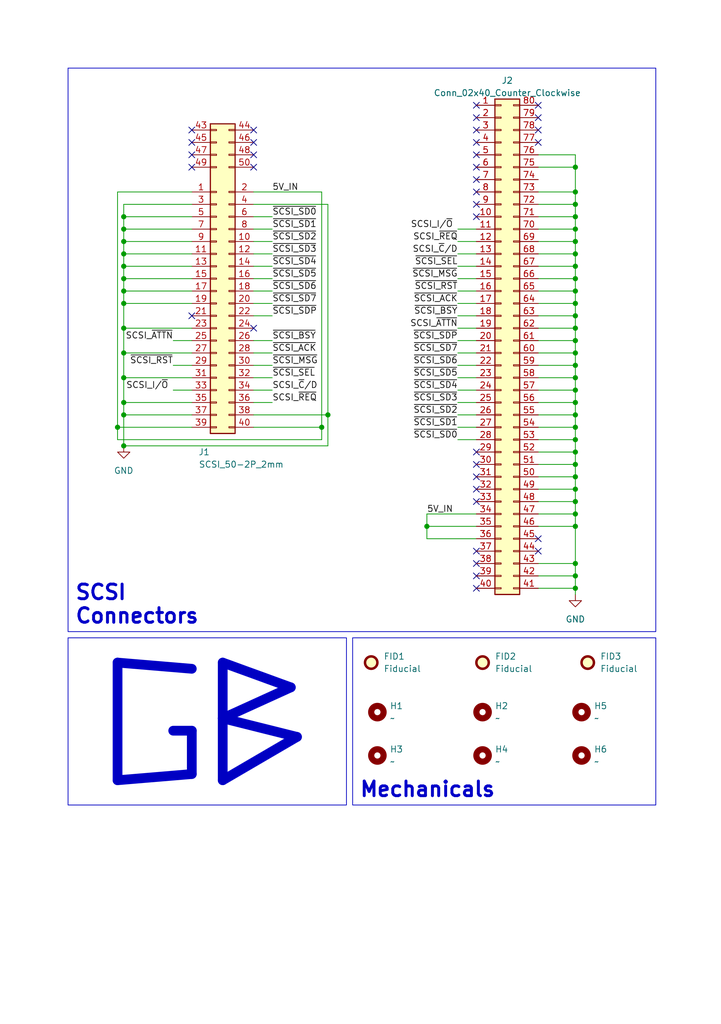
<source format=kicad_sch>
(kicad_sch (version 20230121) (generator eeschema)
  (paper "A5" portrait)
  (title_block (title "GBSCSI 2 SCA") (date "2024-03-21") (rev "DVT") (comment 1 "Drawn by; George Rudolf Mezzomo") (comment 2 "GBSCSI, 3.5\" SCA to 2.5\" carrier"))
  (lib_symbols
    (symbol "Connector_Generic:Conn_02x40_Counter_Clockwise" (pin_names (offset 1.016) hide)
      (property "Reference" "J" (at 1.27 50.8 0))
      (property "Value" "Conn_02x40_Counter_Clockwise" (at 1.27 -53.34 0))
      (symbol "Conn_02x40_Counter_Clockwise_1_1"
        (rectangle (start -1.27 -50.673) (end 0 -50.927) (stroke (width 0.1524)))
        (rectangle (start -1.27 -48.133) (end 0 -48.387) (stroke (width 0.1524)))
        (rectangle (start -1.27 -45.593) (end 0 -45.847) (stroke (width 0.1524)))
        (rectangle (start -1.27 -43.053) (end 0 -43.307) (stroke (width 0.1524)))
        (rectangle (start -1.27 -40.513) (end 0 -40.767) (stroke (width 0.1524)))
        (rectangle (start -1.27 -37.973) (end 0 -38.227) (stroke (width 0.1524)))
        (rectangle (start -1.27 -35.433) (end 0 -35.687) (stroke (width 0.1524)))
        (rectangle (start -1.27 -32.893) (end 0 -33.147) (stroke (width 0.1524)))
        (rectangle (start -1.27 -30.353) (end 0 -30.607) (stroke (width 0.1524)))
        (rectangle (start -1.27 -27.813) (end 0 -28.067) (stroke (width 0.1524)))
        (rectangle (start -1.27 -25.273) (end 0 -25.527) (stroke (width 0.1524)))
        (rectangle (start -1.27 -22.733) (end 0 -22.987) (stroke (width 0.1524)))
        (rectangle (start -1.27 -20.193) (end 0 -20.447) (stroke (width 0.1524)))
        (rectangle (start -1.27 -17.653) (end 0 -17.907) (stroke (width 0.1524)))
        (rectangle (start -1.27 -15.113) (end 0 -15.367) (stroke (width 0.1524)))
        (rectangle (start -1.27 -12.573) (end 0 -12.827) (stroke (width 0.1524)))
        (rectangle (start -1.27 -10.033) (end 0 -10.287) (stroke (width 0.1524)))
        (rectangle (start -1.27 -7.493) (end 0 -7.747) (stroke (width 0.1524)))
        (rectangle (start -1.27 -4.953) (end 0 -5.207) (stroke (width 0.1524)))
        (rectangle (start -1.27 -2.413) (end 0 -2.667) (stroke (width 0.1524)))
        (rectangle (start -1.27 0.127) (end 0 -0.127) (stroke (width 0.1524)))
        (rectangle (start -1.27 2.667) (end 0 2.413) (stroke (width 0.1524)))
        (rectangle (start -1.27 5.207) (end 0 4.953) (stroke (width 0.1524)))
        (rectangle (start -1.27 7.747) (end 0 7.493) (stroke (width 0.1524)))
        (rectangle (start -1.27 10.287) (end 0 10.033) (stroke (width 0.1524)))
        (rectangle (start -1.27 12.827) (end 0 12.573) (stroke (width 0.1524)))
        (rectangle (start -1.27 15.367) (end 0 15.113) (stroke (width 0.1524)))
        (rectangle (start -1.27 17.907) (end 0 17.653) (stroke (width 0.1524)))
        (rectangle (start -1.27 20.447) (end 0 20.193) (stroke (width 0.1524)))
        (rectangle (start -1.27 22.987) (end 0 22.733) (stroke (width 0.1524)))
        (rectangle (start -1.27 25.527) (end 0 25.273) (stroke (width 0.1524)))
        (rectangle (start -1.27 28.067) (end 0 27.813) (stroke (width 0.1524)))
        (rectangle (start -1.27 30.607) (end 0 30.353) (stroke (width 0.1524)))
        (rectangle (start -1.27 33.147) (end 0 32.893) (stroke (width 0.1524)))
        (rectangle (start -1.27 35.687) (end 0 35.433) (stroke (width 0.1524)))
        (rectangle (start -1.27 38.227) (end 0 37.973) (stroke (width 0.1524)))
        (rectangle (start -1.27 40.767) (end 0 40.513) (stroke (width 0.1524)))
        (rectangle (start -1.27 43.307) (end 0 43.053) (stroke (width 0.1524)))
        (rectangle (start -1.27 45.847) (end 0 45.593) (stroke (width 0.1524)))
        (rectangle (start -1.27 48.387) (end 0 48.133) (stroke (width 0.1524)))
        (rectangle (start -1.27 49.53) (end 3.81 -52.07) (stroke (width 0.254)) (fill (type background)))
        (rectangle (start 3.81 -50.673) (end 2.54 -50.927) (stroke (width 0.1524)))
        (rectangle (start 3.81 -48.133) (end 2.54 -48.387) (stroke (width 0.1524)))
        (rectangle (start 3.81 -45.593) (end 2.54 -45.847) (stroke (width 0.1524)))
        (rectangle (start 3.81 -43.053) (end 2.54 -43.307) (stroke (width 0.1524)))
        (rectangle (start 3.81 -40.513) (end 2.54 -40.767) (stroke (width 0.1524)))
        (rectangle (start 3.81 -37.973) (end 2.54 -38.227) (stroke (width 0.1524)))
        (rectangle (start 3.81 -35.433) (end 2.54 -35.687) (stroke (width 0.1524)))
        (rectangle (start 3.81 -32.893) (end 2.54 -33.147) (stroke (width 0.1524)))
        (rectangle (start 3.81 -30.353) (end 2.54 -30.607) (stroke (width 0.1524)))
        (rectangle (start 3.81 -27.813) (end 2.54 -28.067) (stroke (width 0.1524)))
        (rectangle (start 3.81 -25.273) (end 2.54 -25.527) (stroke (width 0.1524)))
        (rectangle (start 3.81 -22.733) (end 2.54 -22.987) (stroke (width 0.1524)))
        (rectangle (start 3.81 -20.193) (end 2.54 -20.447) (stroke (width 0.1524)))
        (rectangle (start 3.81 -17.653) (end 2.54 -17.907) (stroke (width 0.1524)))
        (rectangle (start 3.81 -15.113) (end 2.54 -15.367) (stroke (width 0.1524)))
        (rectangle (start 3.81 -12.573) (end 2.54 -12.827) (stroke (width 0.1524)))
        (rectangle (start 3.81 -10.033) (end 2.54 -10.287) (stroke (width 0.1524)))
        (rectangle (start 3.81 -7.493) (end 2.54 -7.747) (stroke (width 0.1524)))
        (rectangle (start 3.81 -4.953) (end 2.54 -5.207) (stroke (width 0.1524)))
        (rectangle (start 3.81 -2.413) (end 2.54 -2.667) (stroke (width 0.1524)))
        (rectangle (start 3.81 0.127) (end 2.54 -0.127) (stroke (width 0.1524)))
        (rectangle (start 3.81 2.667) (end 2.54 2.413) (stroke (width 0.1524)))
        (rectangle (start 3.81 5.207) (end 2.54 4.953) (stroke (width 0.1524)))
        (rectangle (start 3.81 7.747) (end 2.54 7.493) (stroke (width 0.1524)))
        (rectangle (start 3.81 10.287) (end 2.54 10.033) (stroke (width 0.1524)))
        (rectangle (start 3.81 12.827) (end 2.54 12.573) (stroke (width 0.1524)))
        (rectangle (start 3.81 15.367) (end 2.54 15.113) (stroke (width 0.1524)))
        (rectangle (start 3.81 17.907) (end 2.54 17.653) (stroke (width 0.1524)))
        (rectangle (start 3.81 20.447) (end 2.54 20.193) (stroke (width 0.1524)))
        (rectangle (start 3.81 22.987) (end 2.54 22.733) (stroke (width 0.1524)))
        (rectangle (start 3.81 25.527) (end 2.54 25.273) (stroke (width 0.1524)))
        (rectangle (start 3.81 28.067) (end 2.54 27.813) (stroke (width 0.1524)))
        (rectangle (start 3.81 30.607) (end 2.54 30.353) (stroke (width 0.1524)))
        (rectangle (start 3.81 33.147) (end 2.54 32.893) (stroke (width 0.1524)))
        (rectangle (start 3.81 35.687) (end 2.54 35.433) (stroke (width 0.1524)))
        (rectangle (start 3.81 38.227) (end 2.54 37.973) (stroke (width 0.1524)))
        (rectangle (start 3.81 40.767) (end 2.54 40.513) (stroke (width 0.1524)))
        (rectangle (start 3.81 43.307) (end 2.54 43.053) (stroke (width 0.1524)))
        (rectangle (start 3.81 45.847) (end 2.54 45.593) (stroke (width 0.1524)))
        (rectangle (start 3.81 48.387) (end 2.54 48.133) (stroke (width 0.1524)))
        (pin passive line (at -5.08 48.26 0) (length 3.81) (name "Pin_1") (number "1"))
        (pin passive line (at -5.08 25.4 0) (length 3.81) (name "Pin_10") (number "10"))
        (pin passive line (at -5.08 22.86 0) (length 3.81) (name "Pin_11") (number "11"))
        (pin passive line (at -5.08 20.32 0) (length 3.81) (name "Pin_12") (number "12"))
        (pin passive line (at -5.08 17.78 0) (length 3.81) (name "Pin_13") (number "13"))
        (pin passive line (at -5.08 15.24 0) (length 3.81) (name "Pin_14") (number "14"))
        (pin passive line (at -5.08 12.7 0) (length 3.81) (name "Pin_15") (number "15"))
        (pin passive line (at -5.08 10.16 0) (length 3.81) (name "Pin_16") (number "16"))
        (pin passive line (at -5.08 7.62 0) (length 3.81) (name "Pin_17") (number "17"))
        (pin passive line (at -5.08 5.08 0) (length 3.81) (name "Pin_18") (number "18"))
        (pin passive line (at -5.08 2.54 0) (length 3.81) (name "Pin_19") (number "19"))
        (pin passive line (at -5.08 45.72 0) (length 3.81) (name "Pin_2") (number "2"))
        (pin passive line (at -5.08 0 0) (length 3.81) (name "Pin_20") (number "20"))
        (pin passive line (at -5.08 -2.54 0) (length 3.81) (name "Pin_21") (number "21"))
        (pin passive line (at -5.08 -5.08 0) (length 3.81) (name "Pin_22") (number "22"))
        (pin passive line (at -5.08 -7.62 0) (length 3.81) (name "Pin_23") (number "23"))
        (pin passive line (at -5.08 -10.16 0) (length 3.81) (name "Pin_24") (number "24"))
        (pin passive line (at -5.08 -12.7 0) (length 3.81) (name "Pin_25") (number "25"))
        (pin passive line (at -5.08 -15.24 0) (length 3.81) (name "Pin_26") (number "26"))
        (pin passive line (at -5.08 -17.78 0) (length 3.81) (name "Pin_27") (number "27"))
        (pin passive line (at -5.08 -20.32 0) (length 3.81) (name "Pin_28") (number "28"))
        (pin passive line (at -5.08 -22.86 0) (length 3.81) (name "Pin_29") (number "29"))
        (pin passive line (at -5.08 43.18 0) (length 3.81) (name "Pin_3") (number "3"))
        (pin passive line (at -5.08 -25.4 0) (length 3.81) (name "Pin_30") (number "30"))
        (pin passive line (at -5.08 -27.94 0) (length 3.81) (name "Pin_31") (number "31"))
        (pin passive line (at -5.08 -30.48 0) (length 3.81) (name "Pin_32") (number "32"))
        (pin passive line (at -5.08 -33.02 0) (length 3.81) (name "Pin_33") (number "33"))
        (pin passive line (at -5.08 -35.56 0) (length 3.81) (name "Pin_34") (number "34"))
        (pin passive line (at -5.08 -38.1 0) (length 3.81) (name "Pin_35") (number "35"))
        (pin passive line (at -5.08 -40.64 0) (length 3.81) (name "Pin_36") (number "36"))
        (pin passive line (at -5.08 -43.18 0) (length 3.81) (name "Pin_37") (number "37"))
        (pin passive line (at -5.08 -45.72 0) (length 3.81) (name "Pin_38") (number "38"))
        (pin passive line (at -5.08 -48.26 0) (length 3.81) (name "Pin_39") (number "39"))
        (pin passive line (at -5.08 40.64 0) (length 3.81) (name "Pin_4") (number "4"))
        (pin passive line (at -5.08 -50.8 0) (length 3.81) (name "Pin_40") (number "40"))
        (pin passive line (at 7.62 -50.8 180) (length 3.81) (name "Pin_41") (number "41"))
        (pin passive line (at 7.62 -48.26 180) (length 3.81) (name "Pin_42") (number "42"))
        (pin passive line (at 7.62 -45.72 180) (length 3.81) (name "Pin_43") (number "43"))
        (pin passive line (at 7.62 -43.18 180) (length 3.81) (name "Pin_44") (number "44"))
        (pin passive line (at 7.62 -40.64 180) (length 3.81) (name "Pin_45") (number "45"))
        (pin passive line (at 7.62 -38.1 180) (length 3.81) (name "Pin_46") (number "46"))
        (pin passive line (at 7.62 -35.56 180) (length 3.81) (name "Pin_47") (number "47"))
        (pin passive line (at 7.62 -33.02 180) (length 3.81) (name "Pin_48") (number "48"))
        (pin passive line (at 7.62 -30.48 180) (length 3.81) (name "Pin_49") (number "49"))
        (pin passive line (at -5.08 38.1 0) (length 3.81) (name "Pin_5") (number "5"))
        (pin passive line (at 7.62 -27.94 180) (length 3.81) (name "Pin_50") (number "50"))
        (pin passive line (at 7.62 -25.4 180) (length 3.81) (name "Pin_51") (number "51"))
        (pin passive line (at 7.62 -22.86 180) (length 3.81) (name "Pin_52") (number "52"))
        (pin passive line (at 7.62 -20.32 180) (length 3.81) (name "Pin_53") (number "53"))
        (pin passive line (at 7.62 -17.78 180) (length 3.81) (name "Pin_54") (number "54"))
        (pin passive line (at 7.62 -15.24 180) (length 3.81) (name "Pin_55") (number "55"))
        (pin passive line (at 7.62 -12.7 180) (length 3.81) (name "Pin_56") (number "56"))
        (pin passive line (at 7.62 -10.16 180) (length 3.81) (name "Pin_57") (number "57"))
        (pin passive line (at 7.62 -7.62 180) (length 3.81) (name "Pin_58") (number "58"))
        (pin passive line (at 7.62 -5.08 180) (length 3.81) (name "Pin_59") (number "59"))
        (pin passive line (at -5.08 35.56 0) (length 3.81) (name "Pin_6") (number "6"))
        (pin passive line (at 7.62 -2.54 180) (length 3.81) (name "Pin_60") (number "60"))
        (pin passive line (at 7.62 0 180) (length 3.81) (name "Pin_61") (number "61"))
        (pin passive line (at 7.62 2.54 180) (length 3.81) (name "Pin_62") (number "62"))
        (pin passive line (at 7.62 5.08 180) (length 3.81) (name "Pin_63") (number "63"))
        (pin passive line (at 7.62 7.62 180) (length 3.81) (name "Pin_64") (number "64"))
        (pin passive line (at 7.62 10.16 180) (length 3.81) (name "Pin_65") (number "65"))
        (pin passive line (at 7.62 12.7 180) (length 3.81) (name "Pin_66") (number "66"))
        (pin passive line (at 7.62 15.24 180) (length 3.81) (name "Pin_67") (number "67"))
        (pin passive line (at 7.62 17.78 180) (length 3.81) (name "Pin_68") (number "68"))
        (pin passive line (at 7.62 20.32 180) (length 3.81) (name "Pin_69") (number "69"))
        (pin passive line (at -5.08 33.02 0) (length 3.81) (name "Pin_7") (number "7"))
        (pin passive line (at 7.62 22.86 180) (length 3.81) (name "Pin_70") (number "70"))
        (pin passive line (at 7.62 25.4 180) (length 3.81) (name "Pin_71") (number "71"))
        (pin passive line (at 7.62 27.94 180) (length 3.81) (name "Pin_72") (number "72"))
        (pin passive line (at 7.62 30.48 180) (length 3.81) (name "Pin_73") (number "73"))
        (pin passive line (at 7.62 33.02 180) (length 3.81) (name "Pin_74") (number "74"))
        (pin passive line (at 7.62 35.56 180) (length 3.81) (name "Pin_75") (number "75"))
        (pin passive line (at 7.62 38.1 180) (length 3.81) (name "Pin_76") (number "76"))
        (pin passive line (at 7.62 40.64 180) (length 3.81) (name "Pin_77") (number "77"))
        (pin passive line (at 7.62 43.18 180) (length 3.81) (name "Pin_78") (number "78"))
        (pin passive line (at 7.62 45.72 180) (length 3.81) (name "Pin_79") (number "79"))
        (pin passive line (at -5.08 30.48 0) (length 3.81) (name "Pin_8") (number "8"))
        (pin passive line (at 7.62 48.26 180) (length 3.81) (name "Pin_80") (number "80"))
        (pin passive line (at -5.08 27.94 0) (length 3.81) (name "Pin_9") (number "9"))
      )
    )
    (symbol "Mechanical:Fiducial"
      (property "Reference" "FID" (at 0 5.08 0))
      (property "Value" "Fiducial" (at 0 3.175 0))
      (symbol "Fiducial_0_1"
        (circle (center 0 0) (radius 1.27) (stroke (width 0.508)) (fill (type background)))
      )
    )
    (symbol "Mechanical:MountingHole" (pin_names (offset 1.016))
      (property "Reference" "H" (at 0 5.08 0))
      (property "Value" "MountingHole" (at 0 3.175 0))
      (symbol "MountingHole_0_1"
        (circle (center 0 0) (radius 1.27) (stroke (width 1.27)))
      )
    )
    (symbol "User:Conn_02x25-2_reverse" (pin_names (offset 1.016) hide)
      (property "Reference" "J" (at 1.27 33.02 0))
      (property "Value" "Conn_02x25-2_reverse" (at 1.27 -33.02 0))
      (symbol "Conn_02x25-2_reverse_1_1"
        (rectangle (start -1.27 -30.353) (end 0 -30.607) (stroke (width 0.1524)))
        (rectangle (start -1.27 -27.813) (end 0 -28.067) (stroke (width 0.1524)))
        (rectangle (start -1.27 -25.273) (end 0 -25.527) (stroke (width 0.1524)))
        (rectangle (start -1.27 -22.733) (end 0 -22.987) (stroke (width 0.1524)))
        (rectangle (start -1.27 -20.193) (end 0 -20.447) (stroke (width 0.1524)))
        (rectangle (start -1.27 -17.653) (end 0 -17.907) (stroke (width 0.1524)))
        (rectangle (start -1.27 -15.113) (end 0 -15.367) (stroke (width 0.1524)))
        (rectangle (start -1.27 -12.573) (end 0 -12.827) (stroke (width 0.1524)))
        (rectangle (start -1.27 -10.033) (end 0 -10.287) (stroke (width 0.1524)))
        (rectangle (start -1.27 -7.493) (end 0 -7.747) (stroke (width 0.1524)))
        (rectangle (start -1.27 -4.953) (end 0 -5.207) (stroke (width 0.1524)))
        (rectangle (start -1.27 -2.413) (end 0 -2.667) (stroke (width 0.1524)))
        (rectangle (start -1.27 0.127) (end 0 -0.127) (stroke (width 0.1524)))
        (rectangle (start -1.27 2.667) (end 0 2.413) (stroke (width 0.1524)))
        (rectangle (start -1.27 5.207) (end 0 4.953) (stroke (width 0.1524)))
        (rectangle (start -1.27 7.747) (end 0 7.493) (stroke (width 0.1524)))
        (rectangle (start -1.27 10.287) (end 0 10.033) (stroke (width 0.1524)))
        (rectangle (start -1.27 12.827) (end 0 12.573) (stroke (width 0.1524)))
        (rectangle (start -1.27 15.367) (end 0 15.113) (stroke (width 0.1524)))
        (rectangle (start -1.27 17.907) (end 0 17.653) (stroke (width 0.1524)))
        (rectangle (start -1.27 22.987) (end 0 22.733) (stroke (width 0.1524)))
        (rectangle (start -1.27 25.527) (end 0 25.273) (stroke (width 0.1524)))
        (rectangle (start -1.27 28.067) (end 0 27.813) (stroke (width 0.1524)))
        (rectangle (start -1.27 30.607) (end 0 30.353) (stroke (width 0.1524)))
        (rectangle (start -1.27 31.75) (end 3.81 -31.75) (stroke (width 0.254)) (fill (type background)))
        (rectangle (start 3.81 -30.353) (end 2.54 -30.607) (stroke (width 0.1524)))
        (rectangle (start 3.81 -27.813) (end 2.54 -28.067) (stroke (width 0.1524)))
        (rectangle (start 3.81 -25.273) (end 2.54 -25.527) (stroke (width 0.1524)))
        (rectangle (start 3.81 -22.733) (end 2.54 -22.987) (stroke (width 0.1524)))
        (rectangle (start 3.81 -20.193) (end 2.54 -20.447) (stroke (width 0.1524)))
        (rectangle (start 3.81 -17.653) (end 2.54 -17.907) (stroke (width 0.1524)))
        (rectangle (start 3.81 -15.113) (end 2.54 -15.367) (stroke (width 0.1524)))
        (rectangle (start 3.81 -12.573) (end 2.54 -12.827) (stroke (width 0.1524)))
        (rectangle (start 3.81 -10.033) (end 2.54 -10.287) (stroke (width 0.1524)))
        (rectangle (start 3.81 -7.493) (end 2.54 -7.747) (stroke (width 0.1524)))
        (rectangle (start 3.81 -4.953) (end 2.54 -5.207) (stroke (width 0.1524)))
        (rectangle (start 3.81 -2.413) (end 2.54 -2.667) (stroke (width 0.1524)))
        (rectangle (start 3.81 0.127) (end 2.54 -0.127) (stroke (width 0.1524)))
        (rectangle (start 3.81 2.667) (end 2.54 2.413) (stroke (width 0.1524)))
        (rectangle (start 3.81 5.207) (end 2.54 4.953) (stroke (width 0.1524)))
        (rectangle (start 3.81 7.747) (end 2.54 7.493) (stroke (width 0.1524)))
        (rectangle (start 3.81 10.287) (end 2.54 10.033) (stroke (width 0.1524)))
        (rectangle (start 3.81 12.827) (end 2.54 12.573) (stroke (width 0.1524)))
        (rectangle (start 3.81 15.367) (end 2.54 15.113) (stroke (width 0.1524)))
        (rectangle (start 3.81 17.907) (end 2.54 17.653) (stroke (width 0.1524)))
        (rectangle (start 3.81 22.987) (end 2.54 22.733) (stroke (width 0.1524)))
        (rectangle (start 3.81 25.527) (end 2.54 25.273) (stroke (width 0.1524)))
        (rectangle (start 3.81 28.067) (end 2.54 27.813) (stroke (width 0.1524)))
        (rectangle (start 3.81 30.607) (end 2.54 30.353) (stroke (width 0.1524)))
        (pin passive line (at -5.08 17.78 0) (length 3.81) (name "Pin_1") (number "1"))
        (pin passive line (at 7.62 7.62 180) (length 3.81) (name "Pin_10") (number "10"))
        (pin passive line (at -5.08 5.08 0) (length 3.81) (name "Pin_11") (number "11"))
        (pin passive line (at 7.62 5.08 180) (length 3.81) (name "Pin_12") (number "12"))
        (pin passive line (at -5.08 2.54 0) (length 3.81) (name "Pin_13") (number "13"))
        (pin passive line (at 7.62 2.54 180) (length 3.81) (name "Pin_14") (number "14"))
        (pin passive line (at -5.08 0 0) (length 3.81) (name "Pin_15") (number "15"))
        (pin passive line (at 7.62 0 180) (length 3.81) (name "Pin_16") (number "16"))
        (pin passive line (at -5.08 -2.54 0) (length 3.81) (name "Pin_17") (number "17"))
        (pin passive line (at 7.62 -2.54 180) (length 3.81) (name "Pin_18") (number "18"))
        (pin passive line (at -5.08 -5.08 0) (length 3.81) (name "Pin_19") (number "19"))
        (pin passive line (at 7.62 17.78 180) (length 3.81) (name "Pin_2") (number "2"))
        (pin passive line (at 7.62 -5.08 180) (length 3.81) (name "Pin_20") (number "20"))
        (pin passive line (at -5.08 -7.62 0) (length 3.81) (name "Pin_21") (number "21"))
        (pin passive line (at 7.62 -7.62 180) (length 3.81) (name "Pin_22") (number "22"))
        (pin passive line (at -5.08 -10.16 0) (length 3.81) (name "Pin_23") (number "23"))
        (pin passive line (at 7.62 -10.16 180) (length 3.81) (name "Pin_24") (number "24"))
        (pin passive line (at -5.08 -12.7 0) (length 3.81) (name "Pin_25") (number "25"))
        (pin passive line (at 7.62 -12.7 180) (length 3.81) (name "Pin_26") (number "26"))
        (pin passive line (at -5.08 -15.24 0) (length 3.81) (name "Pin_27") (number "27"))
        (pin passive line (at 7.62 -15.24 180) (length 3.81) (name "Pin_28") (number "28"))
        (pin passive line (at -5.08 -17.78 0) (length 3.81) (name "Pin_29") (number "29"))
        (pin passive line (at -5.08 15.24 0) (length 3.81) (name "Pin_3") (number "3"))
        (pin passive line (at 7.62 -17.78 180) (length 3.81) (name "Pin_30") (number "30"))
        (pin passive line (at -5.08 -20.32 0) (length 3.81) (name "Pin_31") (number "31"))
        (pin passive line (at 7.62 -20.32 180) (length 3.81) (name "Pin_32") (number "32"))
        (pin passive line (at -5.08 -22.86 0) (length 3.81) (name "Pin_33") (number "33"))
        (pin passive line (at 7.62 -22.86 180) (length 3.81) (name "Pin_34") (number "34"))
        (pin passive line (at -5.08 -25.4 0) (length 3.81) (name "Pin_35") (number "35"))
        (pin passive line (at 7.62 -25.4 180) (length 3.81) (name "Pin_36") (number "36"))
        (pin passive line (at -5.08 -27.94 0) (length 3.81) (name "Pin_37") (number "37"))
        (pin passive line (at 7.62 -27.94 180) (length 3.81) (name "Pin_38") (number "38"))
        (pin passive line (at -5.08 -30.48 0) (length 3.81) (name "Pin_39") (number "39"))
        (pin passive line (at 7.62 15.24 180) (length 3.81) (name "Pin_4") (number "4"))
        (pin passive line (at 7.62 -30.48 180) (length 3.81) (name "Pin_40") (number "40"))
        (pin passive line (at -5.08 30.48 0) (length 3.81) (name "Pin_43") (number "43"))
        (pin passive line (at 7.62 30.48 180) (length 3.81) (name "Pin_44") (number "44"))
        (pin passive line (at -5.08 27.94 0) (length 3.81) (name "Pin_45") (number "45"))
        (pin passive line (at 7.62 27.94 180) (length 3.81) (name "Pin_46") (number "46"))
        (pin passive line (at -5.08 25.4 0) (length 3.81) (name "Pin_47") (number "47"))
        (pin passive line (at 7.62 25.4 180) (length 3.81) (name "Pin_48") (number "48"))
        (pin passive line (at -5.08 22.86 0) (length 3.81) (name "Pin_49") (number "49"))
        (pin passive line (at -5.08 12.7 0) (length 3.81) (name "Pin_5") (number "5"))
        (pin passive line (at 7.62 22.86 180) (length 3.81) (name "Pin_50") (number "50"))
        (pin passive line (at 7.62 12.7 180) (length 3.81) (name "Pin_6") (number "6"))
        (pin passive line (at -5.08 10.16 0) (length 3.81) (name "Pin_7") (number "7"))
        (pin passive line (at 7.62 10.16 180) (length 3.81) (name "Pin_8") (number "8"))
        (pin passive line (at -5.08 7.62 0) (length 3.81) (name "Pin_9") (number "9"))
      )
    )
    (symbol "power:GND" (power) (pin_names (offset 0))
      (property "Value" "GND" (at 0 -3.81 0))
      (symbol "GND_0_1"
        (polyline (pts (xy 0 0) (xy 0 -1.27) (xy 1.27 -1.27) (xy 0 -2.54) (xy -1.27 -1.27) (xy 0 -1.27)))
      )
      (symbol "GND_1_1"
        (pin power_in line (at 0 0 270) (length 0) hide (name "GND") (number "1"))
      )
    )
  )
  (junction (at 25.4 52.07))
  (junction (at 118.11 62.23))
  (junction (at 118.11 59.69))
  (junction (at 118.11 77.47))
  (junction (at 118.11 74.93))
  (junction (at 118.11 100.33))
  (junction (at 118.11 39.37))
  (junction (at 118.11 49.53))
  (junction (at 118.11 95.25))
  (junction (at 118.11 41.91))
  (junction (at 118.11 118.11))
  (junction (at 25.4 62.23))
  (junction (at 118.11 97.79))
  (junction (at 25.4 77.47))
  (junction (at 25.4 82.55))
  (junction (at 25.4 91.44))
  (junction (at 87.63 107.95))
  (junction (at 118.11 90.17))
  (junction (at 118.11 67.31))
  (junction (at 25.4 59.69))
  (junction (at 25.4 44.45))
  (junction (at 25.4 72.39))
  (junction (at 24.13 87.63))
  (junction (at 118.11 102.87))
  (junction (at 118.11 80.01))
  (junction (at 118.11 107.95))
  (junction (at 25.4 46.99))
  (junction (at 67.31 85.09))
  (junction (at 66.04 87.63))
  (junction (at 118.11 92.71))
  (junction (at 118.11 57.15))
  (junction (at 118.11 44.45))
  (junction (at 118.11 72.39))
  (junction (at 118.11 52.07))
  (junction (at 118.11 87.63))
  (junction (at 25.4 67.31))
  (junction (at 118.11 120.65))
  (junction (at 118.11 46.99))
  (junction (at 118.11 105.41))
  (junction (at 118.11 115.57))
  (junction (at 118.11 34.29))
  (junction (at 118.11 69.85))
  (junction (at 25.4 85.09))
  (junction (at 25.4 54.61))
  (junction (at 25.4 49.53))
  (junction (at 25.4 57.15))
  (junction (at 118.11 85.09))
  (junction (at 118.11 54.61))
  (junction (at 118.11 82.55))
  (junction (at 118.11 64.77))
  (no_connect (at 39.37 26.67))
  (no_connect (at 52.07 34.29))
  (no_connect (at 97.79 21.59))
  (no_connect (at 110.49 24.13))
  (no_connect (at 97.79 24.13))
  (no_connect (at 52.07 26.67))
  (no_connect (at 52.07 31.75))
  (no_connect (at 97.79 41.91))
  (no_connect (at 97.79 92.71))
  (no_connect (at 97.79 36.83))
  (no_connect (at 39.37 34.29))
  (no_connect (at 97.79 120.65))
  (no_connect (at 39.37 29.21))
  (no_connect (at 97.79 29.21))
  (no_connect (at 110.49 29.21))
  (no_connect (at 97.79 26.67))
  (no_connect (at 97.79 31.75))
  (no_connect (at 52.07 29.21))
  (no_connect (at 97.79 113.03))
  (no_connect (at 110.49 21.59))
  (no_connect (at 110.49 26.67))
  (no_connect (at 39.37 64.77))
  (no_connect (at 110.49 110.49))
  (no_connect (at 97.79 97.79))
  (no_connect (at 97.79 34.29))
  (no_connect (at 39.37 31.75))
  (no_connect (at 97.79 39.37))
  (no_connect (at 97.79 118.11))
  (no_connect (at 97.79 95.25))
  (no_connect (at 97.79 100.33))
  (no_connect (at 110.49 113.03))
  (no_connect (at 52.07 67.31))
  (no_connect (at 97.79 44.45))
  (no_connect (at 97.79 102.87))
  (no_connect (at 97.79 115.57))
  (wire (pts (xy 118.11 69.85) (xy 118.11 72.39)))
  (wire (pts (xy 110.49 54.61) (xy 118.11 54.61)))
  (wire (pts (xy 118.11 74.93) (xy 118.11 77.47)))
  (wire (pts (xy 118.11 107.95) (xy 118.11 115.57)))
  (wire (pts (xy 25.4 44.45) (xy 39.37 44.45)))
  (wire (pts (xy 93.98 74.93) (xy 97.79 74.93)))
  (wire (pts (xy 110.49 80.01) (xy 118.11 80.01)))
  (wire (pts (xy 118.11 87.63) (xy 118.11 90.17)))
  (wire (pts (xy 25.4 72.39) (xy 25.4 77.47)))
  (wire (pts (xy 39.37 69.85) (xy 35.56 69.85)))
  (wire (pts (xy 87.63 105.41) (xy 87.63 107.95)))
  (wire (pts (xy 24.13 39.37) (xy 24.13 87.63)))
  (wire (pts (xy 118.11 120.65) (xy 118.11 121.92)))
  (wire (pts (xy 110.49 97.79) (xy 118.11 97.79)))
  (wire (pts (xy 110.49 69.85) (xy 118.11 69.85)))
  (wire (pts (xy 110.49 67.31) (xy 118.11 67.31)))
  (wire (pts (xy 110.49 120.65) (xy 118.11 120.65)))
  (wire (pts (xy 52.07 85.09) (xy 67.31 85.09)))
  (wire (pts (xy 25.4 44.45) (xy 25.4 46.99)))
  (wire (pts (xy 93.98 46.99) (xy 97.79 46.99)))
  (wire (pts (xy 52.07 87.63) (xy 66.04 87.63)))
  (wire (pts (xy 25.4 41.91) (xy 25.4 44.45)))
  (polyline (pts (xy 60.96 151.13) (xy 45.72 147.32)) (stroke (width 2)))
  (wire (pts (xy 93.98 80.01) (xy 97.79 80.01)))
  (wire (pts (xy 118.11 102.87) (xy 118.11 105.41)))
  (wire (pts (xy 118.11 100.33) (xy 118.11 102.87)))
  (wire (pts (xy 93.98 72.39) (xy 97.79 72.39)))
  (wire (pts (xy 110.49 49.53) (xy 118.11 49.53)))
  (wire (pts (xy 118.11 85.09) (xy 118.11 87.63)))
  (wire (pts (xy 25.4 67.31) (xy 39.37 67.31)))
  (polyline (pts (xy 24.13 135.89) (xy 24.13 160.02)) (stroke (width 2)))
  (polyline (pts (xy 45.72 160.02) (xy 60.96 151.13)) (stroke (width 2)))
  (wire (pts (xy 110.49 57.15) (xy 118.11 57.15)))
  (polyline (pts (xy 39.37 137.16) (xy 24.13 135.89)) (stroke (width 2)))
  (wire (pts (xy 118.11 49.53) (xy 118.11 52.07)))
  (wire (pts (xy 87.63 107.95) (xy 97.79 107.95)))
  (wire (pts (xy 118.11 62.23) (xy 118.11 64.77)))
  (wire (pts (xy 55.88 46.99) (xy 52.07 46.99)))
  (polyline (pts (xy 45.72 135.89) (xy 59.69 140.97)) (stroke (width 2)))
  (wire (pts (xy 25.4 91.44) (xy 25.4 85.09)))
  (wire (pts (xy 25.4 82.55) (xy 39.37 82.55)))
  (wire (pts (xy 67.31 41.91) (xy 67.31 85.09)))
  (wire (pts (xy 110.49 87.63) (xy 118.11 87.63)))
  (wire (pts (xy 118.11 92.71) (xy 118.11 95.25)))
  (wire (pts (xy 110.49 102.87) (xy 118.11 102.87)))
  (wire (pts (xy 25.4 62.23) (xy 25.4 67.31)))
  (wire (pts (xy 110.49 62.23) (xy 118.11 62.23)))
  (wire (pts (xy 55.88 64.77) (xy 52.07 64.77)))
  (wire (pts (xy 55.88 74.93) (xy 52.07 74.93)))
  (wire (pts (xy 110.49 72.39) (xy 118.11 72.39)))
  (wire (pts (xy 25.4 77.47) (xy 39.37 77.47)))
  (wire (pts (xy 118.11 54.61) (xy 118.11 57.15)))
  (wire (pts (xy 118.11 57.15) (xy 118.11 59.69)))
  (wire (pts (xy 118.11 95.25) (xy 118.11 97.79)))
  (wire (pts (xy 55.88 49.53) (xy 52.07 49.53)))
  (wire (pts (xy 25.4 85.09) (xy 25.4 82.55)))
  (wire (pts (xy 55.88 82.55) (xy 52.07 82.55)))
  (polyline (pts (xy 45.72 135.89) (xy 45.72 160.02)) (stroke (width 2)))
  (wire (pts (xy 55.88 44.45) (xy 52.07 44.45)))
  (wire (pts (xy 66.04 90.17) (xy 24.13 90.17)))
  (wire (pts (xy 118.11 41.91) (xy 118.11 44.45)))
  (wire (pts (xy 66.04 87.63) (xy 66.04 39.37)))
  (wire (pts (xy 110.49 44.45) (xy 118.11 44.45)))
  (wire (pts (xy 93.98 82.55) (xy 97.79 82.55)))
  (wire (pts (xy 110.49 100.33) (xy 118.11 100.33)))
  (wire (pts (xy 93.98 87.63) (xy 97.79 87.63)))
  (wire (pts (xy 118.11 34.29) (xy 118.11 39.37)))
  (polyline (pts (xy 59.69 140.97) (xy 59.69 140.97)) (stroke (width 2)))
  (wire (pts (xy 25.4 91.44) (xy 67.31 91.44)))
  (wire (pts (xy 25.4 52.07) (xy 25.4 54.61)))
  (wire (pts (xy 118.11 39.37) (xy 118.11 41.91)))
  (wire (pts (xy 118.11 31.75) (xy 118.11 34.29)))
  (wire (pts (xy 110.49 92.71) (xy 118.11 92.71)))
  (wire (pts (xy 55.88 77.47) (xy 52.07 77.47)))
  (wire (pts (xy 24.13 87.63) (xy 39.37 87.63)))
  (wire (pts (xy 25.4 54.61) (xy 39.37 54.61)))
  (wire (pts (xy 97.79 105.41) (xy 87.63 105.41)))
  (wire (pts (xy 39.37 39.37) (xy 24.13 39.37)))
  (wire (pts (xy 110.49 74.93) (xy 118.11 74.93)))
  (wire (pts (xy 55.88 54.61) (xy 52.07 54.61)))
  (wire (pts (xy 118.11 118.11) (xy 118.11 120.65)))
  (wire (pts (xy 55.88 59.69) (xy 52.07 59.69)))
  (wire (pts (xy 55.88 52.07) (xy 52.07 52.07)))
  (wire (pts (xy 87.63 110.49) (xy 87.63 107.95)))
  (wire (pts (xy 93.98 57.15) (xy 97.79 57.15)))
  (wire (pts (xy 25.4 46.99) (xy 25.4 49.53)))
  (wire (pts (xy 118.11 64.77) (xy 118.11 67.31)))
  (wire (pts (xy 110.49 34.29) (xy 118.11 34.29)))
  (wire (pts (xy 55.88 57.15) (xy 52.07 57.15)))
  (polyline (pts (xy 45.72 147.32) (xy 45.72 147.32)) (stroke (width 2)))
  (wire (pts (xy 110.49 118.11) (xy 118.11 118.11)))
  (polyline (pts (xy 60.96 151.13) (xy 60.96 151.13)) (stroke (width 2)))
  (wire (pts (xy 25.4 57.15) (xy 39.37 57.15)))
  (wire (pts (xy 110.49 105.41) (xy 118.11 105.41)))
  (wire (pts (xy 110.49 39.37) (xy 118.11 39.37)))
  (wire (pts (xy 118.11 46.99) (xy 118.11 49.53)))
  (wire (pts (xy 93.98 77.47) (xy 97.79 77.47)))
  (wire (pts (xy 35.56 74.93) (xy 39.37 74.93)))
  (wire (pts (xy 25.4 85.09) (xy 39.37 85.09)))
  (wire (pts (xy 110.49 107.95) (xy 118.11 107.95)))
  (wire (pts (xy 55.88 80.01) (xy 52.07 80.01)))
  (wire (pts (xy 25.4 59.69) (xy 25.4 62.23)))
  (wire (pts (xy 52.07 41.91) (xy 67.31 41.91)))
  (wire (pts (xy 39.37 41.91) (xy 25.4 41.91)))
  (wire (pts (xy 97.79 67.31) (xy 93.98 67.31)))
  (wire (pts (xy 25.4 52.07) (xy 39.37 52.07)))
  (wire (pts (xy 118.11 80.01) (xy 118.11 82.55)))
  (polyline (pts (xy 35.56 149.86) (xy 39.37 149.86)) (stroke (width 2)))
  (wire (pts (xy 110.49 31.75) (xy 118.11 31.75)))
  (wire (pts (xy 118.11 67.31) (xy 118.11 69.85)))
  (polyline (pts (xy 45.72 147.32) (xy 59.69 140.97)) (stroke (width 2)))
  (wire (pts (xy 118.11 72.39) (xy 118.11 74.93)))
  (wire (pts (xy 55.88 72.39) (xy 52.07 72.39)))
  (wire (pts (xy 66.04 87.63) (xy 66.04 90.17)))
  (wire (pts (xy 35.56 80.01) (xy 39.37 80.01)))
  (wire (pts (xy 93.98 52.07) (xy 97.79 52.07)))
  (wire (pts (xy 93.98 59.69) (xy 97.79 59.69)))
  (wire (pts (xy 110.49 115.57) (xy 118.11 115.57)))
  (wire (pts (xy 25.4 49.53) (xy 25.4 52.07)))
  (wire (pts (xy 118.11 115.57) (xy 118.11 118.11)))
  (wire (pts (xy 118.11 97.79) (xy 118.11 100.33)))
  (wire (pts (xy 110.49 95.25) (xy 118.11 95.25)))
  (wire (pts (xy 25.4 62.23) (xy 39.37 62.23)))
  (wire (pts (xy 110.49 64.77) (xy 118.11 64.77)))
  (wire (pts (xy 93.98 54.61) (xy 97.79 54.61)))
  (wire (pts (xy 25.4 77.47) (xy 25.4 82.55)))
  (wire (pts (xy 52.07 39.37) (xy 66.04 39.37)))
  (wire (pts (xy 24.13 90.17) (xy 24.13 87.63)))
  (wire (pts (xy 118.11 59.69) (xy 118.11 62.23)))
  (wire (pts (xy 25.4 59.69) (xy 39.37 59.69)))
  (wire (pts (xy 97.79 110.49) (xy 87.63 110.49)))
  (wire (pts (xy 93.98 85.09) (xy 97.79 85.09)))
  (wire (pts (xy 110.49 59.69) (xy 118.11 59.69)))
  (wire (pts (xy 110.49 85.09) (xy 118.11 85.09)))
  (wire (pts (xy 110.49 52.07) (xy 118.11 52.07)))
  (wire (pts (xy 67.31 85.09) (xy 67.31 91.44)))
  (wire (pts (xy 93.98 69.85) (xy 97.79 69.85)))
  (wire (pts (xy 118.11 82.55) (xy 118.11 85.09)))
  (wire (pts (xy 118.11 90.17) (xy 118.11 92.71)))
  (polyline (pts (xy 24.13 160.02) (xy 39.37 158.75)) (stroke (width 2)))
  (wire (pts (xy 25.4 54.61) (xy 25.4 57.15)))
  (wire (pts (xy 55.88 62.23) (xy 52.07 62.23)))
  (wire (pts (xy 110.49 90.17) (xy 118.11 90.17)))
  (wire (pts (xy 97.79 64.77) (xy 93.98 64.77)))
  (wire (pts (xy 110.49 82.55) (xy 118.11 82.55)))
  (wire (pts (xy 93.98 49.53) (xy 97.79 49.53)))
  (wire (pts (xy 118.11 52.07) (xy 118.11 54.61)))
  (wire (pts (xy 25.4 46.99) (xy 39.37 46.99)))
  (wire (pts (xy 118.11 77.47) (xy 118.11 80.01)))
  (wire (pts (xy 118.11 105.41) (xy 118.11 107.95)))
  (wire (pts (xy 52.07 69.85) (xy 55.88 69.85)))
  (wire (pts (xy 110.49 77.47) (xy 118.11 77.47)))
  (wire (pts (xy 110.49 46.99) (xy 118.11 46.99)))
  (wire (pts (xy 93.98 62.23) (xy 97.79 62.23)))
  (wire (pts (xy 118.11 44.45) (xy 118.11 46.99)))
  (polyline (pts (xy 39.37 158.75) (xy 39.37 149.86)) (stroke (width 2)))
  (wire (pts (xy 25.4 67.31) (xy 25.4 72.39)))
  (wire (pts (xy 25.4 72.39) (xy 39.37 72.39)))
  (wire (pts (xy 25.4 49.53) (xy 39.37 49.53)))
  (wire (pts (xy 110.49 41.91) (xy 118.11 41.91)))
  (wire (pts (xy 25.4 57.15) (xy 25.4 59.69)))
  (wire (pts (xy 93.98 90.17) (xy 97.79 90.17)))
  (rectangle (start 72.39 130.81) (end 134.62 165.1))
  (rectangle (start 13.97 13.97) (end 134.62 129.54))
  (rectangle (start 13.97 130.81) (end 71.12 165.1))
  (text "SCSI\nConnectors" (at 15.24 128.27 0) (effects (font (size 3 3) (thickness 0.6) bold) (justify left bottom)))
  (text "Mechanicals" (at 73.66 163.83 0) (effects (font (size 3 3) (thickness 0.6) bold) (justify left bottom)))
  (label "~{SCSI_MSG}" (at 93.98 57.15 180))
  (label "SCSI_~{REQ}" (at 55.88 82.55 0))
  (label "~{SCSI_SD4}" (at 55.88 54.61 0))
  (label "~{SCSI_SDP}" (at 93.98 69.85 180))
  (label "5V_IN" (at 55.88 39.37 0))
  (label "~{SCSI_SD7}" (at 93.98 72.39 180))
  (label "~{SCSI_MSG}" (at 55.88 74.93 0))
  (label "~{SCSI_SD6}" (at 55.88 59.69 0))
  (label "SCSI_I{slash}~{O} " (at 93.98 46.99 180))
  (label "SCSI_I{slash}~{O} " (at 35.56 80.01 180))
  (label "~{SCSI_BSY}" (at 55.88 69.85 0))
  (label "SCSI_~{C}{slash}D" (at 93.98 52.07 180))
  (label "~{SCSI_SD1}" (at 93.98 87.63 180))
  (label "5V_IN" (at 87.63 105.41 0))
  (label "SCSI_~{C}{slash}D" (at 55.88 80.01 0))
  (label "~{SCSI_SDP}" (at 55.88 64.77 0))
  (label "~{SCSI_SEL}" (at 93.98 54.61 180))
  (label "~{SCSI_SD3}" (at 93.98 82.55 180))
  (label "~{SCSI_SD1}" (at 55.88 46.99 0))
  (label "~{SCSI_BSY}" (at 93.98 64.77 180))
  (label "~{SCSI_SD2}" (at 55.88 49.53 0))
  (label "SCSI_~{ATTN}" (at 35.56 69.85 0))
  (label "~{SCSI_SEL}" (at 55.88 77.47 0))
  (label "SCSI_~{ATTN}" (at 93.98 67.31 180))
  (label "~{SCSI_ACK}" (at 55.88 72.39 0))
  (label "~{SCSI_SD5}" (at 93.98 77.47 180))
  (label "~{SCSI_SD2}" (at 93.98 85.09 180))
  (label "~{SCSI_SD4}" (at 93.98 80.01 180))
  (label "~{SCSI_SD0}" (at 93.98 90.17 180))
  (label "SCSI_~{REQ}" (at 93.98 49.53 180))
  (label "~{SCSI_SD0}" (at 55.88 44.45 0))
  (label "~{SCSI_SD5}" (at 55.88 57.15 0))
  (label "~{SCSI_ACK}" (at 93.98 62.23 180))
  (label "~{SCSI_RST}" (at 35.56 74.93 180))
  (label "~{SCSI_SD6}" (at 93.98 74.93 180))
  (label "~{SCSI_SD3}" (at 55.88 52.07 0))
  (label "~{SCSI_RST}" (at 93.98 59.69 180))
  (label "~{SCSI_SD7}" (at 55.88 62.23 0))
  (symbol (lib_id "Mechanical:Fiducial") (at 76.2 135.89 0) (unit 1)
    (property "Reference" "FID1" (at 78.74 134.62 0) (effects (justify left)))
    (property "Value" "Fiducial" (at 78.74 137.16 0) (effects (justify left)))
    (property "Footprint" "Fiducial:Fiducial_0.5mm_Mask1mm" (effects hide))
    (property "LCSC" "N/A" (effects hide))
  )
  (symbol (lib_id "Mechanical:MountingHole") (at 99.06 154.94 0) (unit 1) (in_bom no)
    (property "Reference" "H4" (at 101.6 153.67 0) (effects (justify left)))
    (property "Value" "~" (at 101.6 156.21 0) (effects (justify left)))
    (property "Footprint" "SCA:MH2.5_NPTH" (effects hide))
    (property "LCSC" "N/A" (effects hide))
  )
  (symbol (lib_id "Mechanical:Fiducial") (at 120.65 135.89 0) (unit 1) (in_bom no)
    (property "Reference" "FID3" (at 123.19 134.62 0) (effects (justify left)))
    (property "Value" "Fiducial" (at 123.19 137.16 0) (effects (justify left)))
    (property "Footprint" "Fiducial:Fiducial_0.5mm_Mask1mm" (effects hide))
    (property "LCSC" "N/A" (effects hide))
  )
  (symbol (lib_id "Mechanical:MountingHole") (at 77.47 146.05 0) (unit 1) (in_bom no)
    (property "Reference" "H1" (at 80.01 144.78 0) (effects (justify left)))
    (property "Value" "~" (at 80.01 147.32 0) (effects (justify left)))
    (property "Footprint" "SCA:MH2.5_NPTH" (effects hide))
    (property "LCSC" "N/A" (effects hide))
  )
  (symbol (lib_id "Mechanical:MountingHole") (at 119.38 154.94 0) (unit 1) (in_bom no)
    (property "Reference" "H6" (at 121.92 153.67 0) (effects (justify left)))
    (property "Value" "~" (at 121.92 156.21 0) (effects (justify left)))
    (property "Footprint" "SCA:MH2.5_NPTH" (effects hide))
    (property "LCSC" "N/A" (effects hide))
  )
  (symbol (lib_id "Mechanical:MountingHole") (at 119.38 146.05 0) (unit 1) (in_bom no)
    (property "Reference" "H5" (at 121.92 144.78 0) (effects (justify left)))
    (property "Value" "~" (at 121.92 147.32 0) (effects (justify left)))
    (property "Footprint" "SCA:MH2.5_NPTH" (effects hide))
    (property "LCSC" "N/A" (effects hide))
  )
  (symbol (lib_id "Mechanical:Fiducial") (at 99.06 135.89 0) (unit 1) (in_bom no)
    (property "Reference" "FID2" (at 101.6 134.62 0) (effects (justify left)))
    (property "Value" "Fiducial" (at 101.6 137.16 0) (effects (justify left)))
    (property "Footprint" "Fiducial:Fiducial_0.5mm_Mask1mm" (effects hide))
    (property "LCSC" "N/A" (effects hide))
  )
  (symbol (lib_id "User:Conn_02x25-2_reverse") (at 44.45 57.15 0) (unit 1)
    (property "Reference" "J1" (at 41.91 92.71 0))
    (property "Value" "SCSI_50-2P_2mm" (at 49.53 95.25 0))
    (property "Footprint" "Connector_PinSocket_2.00mm:PinSocket_2x20_P2.00mm_Horizontal" (effects hide))
    (property "LCSC" "N/A" (effects hide))
  )
  (symbol (lib_id "power:GND") (at 25.4 91.44 0) (unit 1)
    (property "Reference" "#PWR01" (effects hide))
    (property "Value" "GND" (at 25.4 96.52 0))
  )
  (symbol (lib_id "Mechanical:MountingHole") (at 99.06 146.05 0) (unit 1) (in_bom no)
    (property "Reference" "H2" (at 101.6 144.78 0) (effects (justify left)))
    (property "Value" "~" (at 101.6 147.32 0) (effects (justify left)))
    (property "Footprint" "SCA:MH2.5_NPTH" (effects hide))
    (property "LCSC" "N/A" (effects hide))
  )
  (symbol (lib_id "power:GND") (at 118.11 121.92 0) (unit 1)
    (property "Reference" "#PWR02" (effects hide))
    (property "Value" "GND" (at 118.11 127 0))
  )
  (symbol (lib_id "Mechanical:MountingHole") (at 77.47 154.94 0) (unit 1) (in_bom no)
    (property "Reference" "H3" (at 80.01 153.67 0) (effects (justify left)))
    (property "Value" "~" (at 80.01 156.21 0) (effects (justify left)))
    (property "Footprint" "SCA:MH2.5_NPTH" (effects hide))
    (property "LCSC" "N/A" (effects hide))
  )
  (symbol (lib_id "Connector_Generic:Conn_02x40_Counter_Clockwise") (at 102.87 69.85 0) (unit 1)
    (property "Reference" "J2" (at 104.14 16.51 0))
    (property "Value" "Conn_02x40_Counter_Clockwise" (at 104.14 19.05 0))
    (property "Footprint" "SCA:CHAMPII_80" (effects hide))
  )
)
</source>
